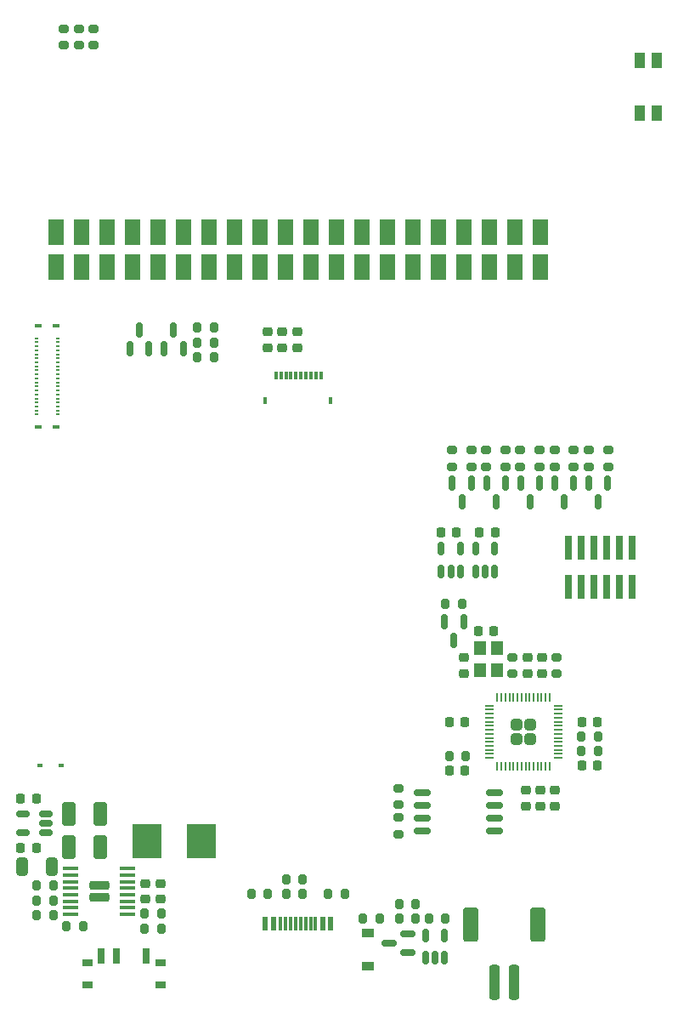
<source format=gbr>
%TF.GenerationSoftware,KiCad,Pcbnew,8.0.4*%
%TF.CreationDate,2024-08-08T16:45:06-04:00*%
%TF.ProjectId,beepy,62656570-792e-46b6-9963-61645f706362,rev?*%
%TF.SameCoordinates,Original*%
%TF.FileFunction,Paste,Bot*%
%TF.FilePolarity,Positive*%
%FSLAX46Y46*%
G04 Gerber Fmt 4.6, Leading zero omitted, Abs format (unit mm)*
G04 Created by KiCad (PCBNEW 8.0.4) date 2024-08-08 16:45:06*
%MOMM*%
%LPD*%
G01*
G04 APERTURE LIST*
G04 Aperture macros list*
%AMRoundRect*
0 Rectangle with rounded corners*
0 $1 Rounding radius*
0 $2 $3 $4 $5 $6 $7 $8 $9 X,Y pos of 4 corners*
0 Add a 4 corners polygon primitive as box body*
4,1,4,$2,$3,$4,$5,$6,$7,$8,$9,$2,$3,0*
0 Add four circle primitives for the rounded corners*
1,1,$1+$1,$2,$3*
1,1,$1+$1,$4,$5*
1,1,$1+$1,$6,$7*
1,1,$1+$1,$8,$9*
0 Add four rect primitives between the rounded corners*
20,1,$1+$1,$2,$3,$4,$5,0*
20,1,$1+$1,$4,$5,$6,$7,0*
20,1,$1+$1,$6,$7,$8,$9,0*
20,1,$1+$1,$8,$9,$2,$3,0*%
G04 Aperture macros list end*
%ADD10C,0.010000*%
%ADD11RoundRect,0.200000X0.200000X0.275000X-0.200000X0.275000X-0.200000X-0.275000X0.200000X-0.275000X0*%
%ADD12R,1.500000X2.500000*%
%ADD13RoundRect,0.150000X-0.712500X-0.150000X0.712500X-0.150000X0.712500X0.150000X-0.712500X0.150000X0*%
%ADD14RoundRect,0.200000X0.275000X-0.200000X0.275000X0.200000X-0.275000X0.200000X-0.275000X-0.200000X0*%
%ADD15RoundRect,0.100000X0.687500X0.100000X-0.687500X0.100000X-0.687500X-0.100000X0.687500X-0.100000X0*%
%ADD16RoundRect,0.232500X0.757500X0.232500X-0.757500X0.232500X-0.757500X-0.232500X0.757500X-0.232500X0*%
%ADD17RoundRect,0.150000X-0.150000X0.587500X-0.150000X-0.587500X0.150000X-0.587500X0.150000X0.587500X0*%
%ADD18RoundRect,0.150000X0.150000X-0.512500X0.150000X0.512500X-0.150000X0.512500X-0.150000X-0.512500X0*%
%ADD19R,1.000000X1.550000*%
%ADD20RoundRect,0.225000X-0.250000X0.225000X-0.250000X-0.225000X0.250000X-0.225000X0.250000X0.225000X0*%
%ADD21RoundRect,0.250000X0.325000X0.650000X-0.325000X0.650000X-0.325000X-0.650000X0.325000X-0.650000X0*%
%ADD22RoundRect,0.225000X-0.225000X-0.250000X0.225000X-0.250000X0.225000X0.250000X-0.225000X0.250000X0*%
%ADD23RoundRect,0.225000X0.225000X0.250000X-0.225000X0.250000X-0.225000X-0.250000X0.225000X-0.250000X0*%
%ADD24R,2.950000X3.500000*%
%ADD25RoundRect,0.200000X-0.200000X-0.275000X0.200000X-0.275000X0.200000X0.275000X-0.200000X0.275000X0*%
%ADD26RoundRect,0.225000X0.250000X-0.225000X0.250000X0.225000X-0.250000X0.225000X-0.250000X-0.225000X0*%
%ADD27RoundRect,0.250000X-0.315000X-0.315000X0.315000X-0.315000X0.315000X0.315000X-0.315000X0.315000X0*%
%ADD28RoundRect,0.050000X-0.387500X-0.050000X0.387500X-0.050000X0.387500X0.050000X-0.387500X0.050000X0*%
%ADD29RoundRect,0.050000X-0.050000X-0.387500X0.050000X-0.387500X0.050000X0.387500X-0.050000X0.387500X0*%
%ADD30RoundRect,0.200000X-0.275000X0.200000X-0.275000X-0.200000X0.275000X-0.200000X0.275000X0.200000X0*%
%ADD31R,0.400000X0.800000*%
%ADD32R,0.600000X0.450000*%
%ADD33RoundRect,0.150000X0.512500X0.150000X-0.512500X0.150000X-0.512500X-0.150000X0.512500X-0.150000X0*%
%ADD34RoundRect,0.250000X-0.412500X-0.925000X0.412500X-0.925000X0.412500X0.925000X-0.412500X0.925000X0*%
%ADD35RoundRect,0.250001X-0.499999X-1.449999X0.499999X-1.449999X0.499999X1.449999X-0.499999X1.449999X0*%
%ADD36RoundRect,0.250000X-0.250000X-1.500000X0.250000X-1.500000X0.250000X1.500000X-0.250000X1.500000X0*%
%ADD37R,0.420000X0.230000*%
%ADD38R,0.750000X0.300000*%
%ADD39R,0.600000X1.450000*%
%ADD40R,0.300000X1.450000*%
%ADD41RoundRect,0.150000X0.150000X-0.587500X0.150000X0.587500X-0.150000X0.587500X-0.150000X-0.587500X0*%
%ADD42RoundRect,0.150000X0.587500X0.150000X-0.587500X0.150000X-0.587500X-0.150000X0.587500X-0.150000X0*%
%ADD43R,1.200000X0.900000*%
%ADD44R,0.700000X1.500000*%
%ADD45R,1.000000X0.800000*%
%ADD46R,0.740000X2.400000*%
%ADD47R,1.200000X1.400000*%
G04 APERTURE END LIST*
D10*
%TO.C,U3*%
X88965000Y-82012500D02*
X88715000Y-82012500D01*
X88715000Y-81362500D01*
X88965000Y-81362500D01*
X88965000Y-82012500D01*
G36*
X88965000Y-82012500D02*
G01*
X88715000Y-82012500D01*
X88715000Y-81362500D01*
X88965000Y-81362500D01*
X88965000Y-82012500D01*
G37*
X89465000Y-82012500D02*
X89215000Y-82012500D01*
X89215000Y-81362500D01*
X89465000Y-81362500D01*
X89465000Y-82012500D01*
G36*
X89465000Y-82012500D02*
G01*
X89215000Y-82012500D01*
X89215000Y-81362500D01*
X89465000Y-81362500D01*
X89465000Y-82012500D01*
G37*
X89965000Y-82012500D02*
X89715000Y-82012500D01*
X89715000Y-81362500D01*
X89965000Y-81362500D01*
X89965000Y-82012500D01*
G36*
X89965000Y-82012500D02*
G01*
X89715000Y-82012500D01*
X89715000Y-81362500D01*
X89965000Y-81362500D01*
X89965000Y-82012500D01*
G37*
X90465000Y-82012500D02*
X90215000Y-82012500D01*
X90215000Y-81362500D01*
X90465000Y-81362500D01*
X90465000Y-82012500D01*
G36*
X90465000Y-82012500D02*
G01*
X90215000Y-82012500D01*
X90215000Y-81362500D01*
X90465000Y-81362500D01*
X90465000Y-82012500D01*
G37*
X90965000Y-82012500D02*
X90715000Y-82012500D01*
X90715000Y-81362500D01*
X90965000Y-81362500D01*
X90965000Y-82012500D01*
G36*
X90965000Y-82012500D02*
G01*
X90715000Y-82012500D01*
X90715000Y-81362500D01*
X90965000Y-81362500D01*
X90965000Y-82012500D01*
G37*
X91465000Y-82012500D02*
X91215000Y-82012500D01*
X91215000Y-81362500D01*
X91465000Y-81362500D01*
X91465000Y-82012500D01*
G36*
X91465000Y-82012500D02*
G01*
X91215000Y-82012500D01*
X91215000Y-81362500D01*
X91465000Y-81362500D01*
X91465000Y-82012500D01*
G37*
X91965000Y-82012500D02*
X91715000Y-82012500D01*
X91715000Y-81362500D01*
X91965000Y-81362500D01*
X91965000Y-82012500D01*
G36*
X91965000Y-82012500D02*
G01*
X91715000Y-82012500D01*
X91715000Y-81362500D01*
X91965000Y-81362500D01*
X91965000Y-82012500D01*
G37*
X92465000Y-82012500D02*
X92215000Y-82012500D01*
X92215000Y-81362500D01*
X92465000Y-81362500D01*
X92465000Y-82012500D01*
G36*
X92465000Y-82012500D02*
G01*
X92215000Y-82012500D01*
X92215000Y-81362500D01*
X92465000Y-81362500D01*
X92465000Y-82012500D01*
G37*
X92965000Y-82012500D02*
X92715000Y-82012500D01*
X92715000Y-81362500D01*
X92965000Y-81362500D01*
X92965000Y-82012500D01*
G36*
X92965000Y-82012500D02*
G01*
X92715000Y-82012500D01*
X92715000Y-81362500D01*
X92965000Y-81362500D01*
X92965000Y-82012500D01*
G37*
X93465000Y-82012500D02*
X93215000Y-82012500D01*
X93215000Y-81362500D01*
X93465000Y-81362500D01*
X93465000Y-82012500D01*
G36*
X93465000Y-82012500D02*
G01*
X93215000Y-82012500D01*
X93215000Y-81362500D01*
X93465000Y-81362500D01*
X93465000Y-82012500D01*
G37*
%TD*%
D11*
%TO.C,R1*%
X81045000Y-76992500D03*
X82695000Y-76992500D03*
%TD*%
D12*
%TO.C,J27*%
X107598416Y-70920000D03*
%TD*%
%TO.C,J29*%
X99986838Y-67480000D03*
%TD*%
%TO.C,J25*%
X102517364Y-70920000D03*
%TD*%
D13*
%TO.C,U5*%
X110682500Y-127115000D03*
X110682500Y-125845000D03*
X110682500Y-124575000D03*
X110682500Y-123305000D03*
X103457500Y-123305000D03*
X103457500Y-124575000D03*
X103457500Y-125845000D03*
X103457500Y-127115000D03*
%TD*%
D12*
%TO.C,J1*%
X74571578Y-70920000D03*
%TD*%
D14*
%TO.C,R22*%
X112470000Y-111440000D03*
X112470000Y-109790000D03*
%TD*%
D15*
%TO.C,U2*%
X68395000Y-130850000D03*
X68395000Y-131500000D03*
X68395000Y-132150000D03*
X68395000Y-132800000D03*
X68395000Y-133450000D03*
X68395000Y-134100000D03*
X68395000Y-134750000D03*
X68395000Y-135400000D03*
X74120000Y-135400000D03*
X74120000Y-134750000D03*
X74120000Y-134100000D03*
X74120000Y-133450000D03*
X74120000Y-132800000D03*
X74120000Y-132150000D03*
X74120000Y-131500000D03*
X74120000Y-130850000D03*
D16*
X71257500Y-132545000D03*
X71257500Y-133705000D03*
%TD*%
D17*
%TO.C,Q8*%
X105690000Y-106272500D03*
X107590000Y-106272500D03*
X106640000Y-108147500D03*
%TD*%
D18*
%TO.C,U7*%
X110670000Y-101277500D03*
X109720000Y-101277500D03*
X108770000Y-101277500D03*
X108770000Y-99002500D03*
X110670000Y-99002500D03*
%TD*%
D19*
%TO.C,SW2*%
X125160000Y-50405000D03*
X125160000Y-55655000D03*
X126860000Y-50405000D03*
X126860000Y-55655000D03*
%TD*%
D14*
%TO.C,R31*%
X109840000Y-90830000D03*
X109840000Y-89180000D03*
%TD*%
D17*
%TO.C,Q4*%
X116660000Y-92462500D03*
X118560000Y-92462500D03*
X117610000Y-94337500D03*
%TD*%
D12*
%TO.C,J39*%
X89824734Y-67480000D03*
%TD*%
D18*
%TO.C,U8*%
X107270000Y-101277500D03*
X106320000Y-101277500D03*
X105370000Y-101277500D03*
X105370000Y-99002500D03*
X107270000Y-99002500D03*
%TD*%
D12*
%TO.C,J7*%
X112679468Y-70920000D03*
%TD*%
%TO.C,J6*%
X110148942Y-67480000D03*
%TD*%
D20*
%TO.C,C21*%
X113790000Y-124595000D03*
X113790000Y-123045000D03*
%TD*%
D21*
%TO.C,C3*%
X63575000Y-130650000D03*
X66525000Y-130650000D03*
%TD*%
D22*
%TO.C,C17*%
X120935000Y-120610000D03*
X119385000Y-120610000D03*
%TD*%
D17*
%TO.C,Q6*%
X109860000Y-92467500D03*
X111760000Y-92467500D03*
X110810000Y-94342500D03*
%TD*%
D12*
%TO.C,J31*%
X69500526Y-67480000D03*
%TD*%
D23*
%TO.C,C22*%
X110715000Y-97360000D03*
X109165000Y-97360000D03*
%TD*%
D11*
%TO.C,R6*%
X75815000Y-135340000D03*
X77465000Y-135340000D03*
%TD*%
D24*
%TO.C,L1*%
X76032500Y-128095000D03*
X81482500Y-128095000D03*
%TD*%
D11*
%TO.C,R11*%
X65050000Y-133990000D03*
X66700000Y-133990000D03*
%TD*%
D25*
%TO.C,R20*%
X91535000Y-133360000D03*
X89885000Y-133360000D03*
%TD*%
D26*
%TO.C,C2*%
X75887500Y-132350000D03*
X75887500Y-133900000D03*
%TD*%
D14*
%TO.C,R36*%
X111780000Y-90830000D03*
X111780000Y-89180000D03*
%TD*%
D12*
%TO.C,J21*%
X89814734Y-70920000D03*
%TD*%
D23*
%TO.C,C14*%
X106185000Y-116220000D03*
X107735000Y-116220000D03*
%TD*%
D12*
%TO.C,J38*%
X92365260Y-67480000D03*
%TD*%
%TO.C,J30*%
X99976838Y-70920000D03*
%TD*%
D14*
%TO.C,R28*%
X120040000Y-90825000D03*
X120040000Y-89175000D03*
%TD*%
D23*
%TO.C,C10*%
X63455000Y-123900000D03*
X65005000Y-123900000D03*
%TD*%
D25*
%TO.C,R7*%
X77465000Y-136800000D03*
X75815000Y-136800000D03*
%TD*%
D14*
%TO.C,R30*%
X113240000Y-90825000D03*
X113240000Y-89175000D03*
%TD*%
D27*
%TO.C,U6*%
X112860000Y-116520000D03*
X112860000Y-117920000D03*
X114260000Y-116520000D03*
X114260000Y-117920000D03*
D28*
X110122500Y-119820000D03*
X110122500Y-119420000D03*
X110122500Y-119020000D03*
X110122500Y-118620000D03*
X110122500Y-118220000D03*
X110122500Y-117820000D03*
X110122500Y-117420000D03*
X110122500Y-117020000D03*
X110122500Y-116620000D03*
X110122500Y-116220000D03*
X110122500Y-115820000D03*
X110122500Y-115420000D03*
X110122500Y-115020000D03*
X110122500Y-114620000D03*
D29*
X110960000Y-113782500D03*
X111360000Y-113782500D03*
X111760000Y-113782500D03*
X112160000Y-113782500D03*
X112560000Y-113782500D03*
X112960000Y-113782500D03*
X113360000Y-113782500D03*
X113760000Y-113782500D03*
X114160000Y-113782500D03*
X114560000Y-113782500D03*
X114960000Y-113782500D03*
X115360000Y-113782500D03*
X115760000Y-113782500D03*
X116160000Y-113782500D03*
D28*
X116997500Y-114620000D03*
X116997500Y-115020000D03*
X116997500Y-115420000D03*
X116997500Y-115820000D03*
X116997500Y-116220000D03*
X116997500Y-116620000D03*
X116997500Y-117020000D03*
X116997500Y-117420000D03*
X116997500Y-117820000D03*
X116997500Y-118220000D03*
X116997500Y-118620000D03*
X116997500Y-119020000D03*
X116997500Y-119420000D03*
X116997500Y-119820000D03*
D29*
X116160000Y-120657500D03*
X115760000Y-120657500D03*
X115360000Y-120657500D03*
X114960000Y-120657500D03*
X114560000Y-120657500D03*
X114160000Y-120657500D03*
X113760000Y-120657500D03*
X113360000Y-120657500D03*
X112960000Y-120657500D03*
X112560000Y-120657500D03*
X112160000Y-120657500D03*
X111760000Y-120657500D03*
X111360000Y-120657500D03*
X110960000Y-120657500D03*
%TD*%
D30*
%TO.C,R27*%
X101120000Y-124465000D03*
X101120000Y-122815000D03*
%TD*%
D26*
%TO.C,C1*%
X77347500Y-132350000D03*
X77347500Y-133900000D03*
%TD*%
D14*
%TO.C,R32*%
X106440000Y-90830000D03*
X106440000Y-89180000D03*
%TD*%
D12*
%TO.C,J11*%
X87274208Y-70920000D03*
%TD*%
D26*
%TO.C,C7*%
X89530000Y-77405000D03*
X89530000Y-78955000D03*
%TD*%
D25*
%TO.C,R5*%
X99213911Y-135816000D03*
X97563911Y-135816000D03*
%TD*%
D26*
%TO.C,C15*%
X113930000Y-111390000D03*
X113930000Y-109840000D03*
%TD*%
D12*
%TO.C,J3*%
X110138942Y-70920000D03*
%TD*%
D11*
%TO.C,R25*%
X119335000Y-119150000D03*
X120985000Y-119150000D03*
%TD*%
D23*
%TO.C,C12*%
X110600000Y-107160000D03*
X109050000Y-107160000D03*
%TD*%
D31*
%TO.C,U3*%
X94340000Y-84262500D03*
X87840000Y-84262500D03*
%TD*%
D14*
%TO.C,R12*%
X70700000Y-47220000D03*
X70700000Y-48870000D03*
%TD*%
D25*
%TO.C,R4*%
X105793911Y-135826000D03*
X104143911Y-135826000D03*
%TD*%
D18*
%TO.C,U1*%
X105698911Y-137468500D03*
X103798911Y-137468500D03*
X103798911Y-139743500D03*
X104748911Y-139743500D03*
X105698911Y-139743500D03*
%TD*%
D12*
%TO.C,J17*%
X77122104Y-67480000D03*
%TD*%
%TO.C,J16*%
X72031052Y-70920000D03*
%TD*%
D25*
%TO.C,R18*%
X82695000Y-79912500D03*
X81045000Y-79912500D03*
%TD*%
D32*
%TO.C,D3*%
X65350000Y-120540000D03*
X67450000Y-120540000D03*
%TD*%
D26*
%TO.C,C19*%
X115390000Y-111395000D03*
X115390000Y-109845000D03*
%TD*%
D33*
%TO.C,U4*%
X63660000Y-125380000D03*
X63660000Y-127280000D03*
X65935000Y-127280000D03*
X65935000Y-126330000D03*
X65935000Y-125380000D03*
%TD*%
D12*
%TO.C,J9*%
X84743682Y-67480000D03*
%TD*%
D30*
%TO.C,R23*%
X116850000Y-109800000D03*
X116850000Y-111450000D03*
%TD*%
D26*
%TO.C,C6*%
X90990000Y-77405000D03*
X90990000Y-78955000D03*
%TD*%
D30*
%TO.C,R19*%
X101120000Y-127425000D03*
X101120000Y-125775000D03*
%TD*%
D25*
%TO.C,R21*%
X91535000Y-131900000D03*
X89885000Y-131900000D03*
%TD*%
D34*
%TO.C,C5*%
X71337500Y-125412500D03*
X68262500Y-125412500D03*
%TD*%
D23*
%TO.C,C9*%
X63455000Y-128770000D03*
X65005000Y-128770000D03*
%TD*%
D14*
%TO.C,R33*%
X121980000Y-90825000D03*
X121980000Y-89175000D03*
%TD*%
D12*
%TO.C,J19*%
X82193156Y-70920000D03*
%TD*%
%TO.C,J14*%
X82203156Y-67480000D03*
%TD*%
%TO.C,J18*%
X66950000Y-70920000D03*
%TD*%
D14*
%TO.C,R29*%
X116640000Y-90825000D03*
X116640000Y-89175000D03*
%TD*%
D17*
%TO.C,Q3*%
X120060000Y-92462500D03*
X121960000Y-92462500D03*
X121010000Y-94337500D03*
%TD*%
%TO.C,Q5*%
X113260000Y-92462500D03*
X115160000Y-92462500D03*
X114210000Y-94337500D03*
%TD*%
D12*
%TO.C,J28*%
X115230000Y-67480000D03*
%TD*%
D35*
%TO.C,J43*%
X115000000Y-136380000D03*
X108300000Y-136380000D03*
D36*
X112650000Y-142130000D03*
X110650000Y-142130000D03*
%TD*%
D11*
%TO.C,R2*%
X94105000Y-133360000D03*
X95755000Y-133360000D03*
%TD*%
D12*
%TO.C,J2*%
X77112104Y-70920000D03*
%TD*%
D37*
%TO.C,U9*%
X67173750Y-78040000D03*
X67173750Y-78440000D03*
X67173750Y-78840000D03*
X67173750Y-79240000D03*
X67173750Y-79640000D03*
X67173750Y-80040000D03*
X67173750Y-80440000D03*
X67173750Y-80840000D03*
X67173750Y-81240000D03*
X67173750Y-81640000D03*
X67173750Y-82040000D03*
X67173750Y-82440000D03*
X67173750Y-82840000D03*
X67173750Y-83240000D03*
X67173750Y-83640000D03*
X67173750Y-84040000D03*
X67173750Y-84440000D03*
X67173750Y-84840000D03*
X67173750Y-85240000D03*
X67173750Y-85640000D03*
X64988750Y-85640000D03*
X64988750Y-85240000D03*
X64988750Y-84840000D03*
X64988750Y-84440000D03*
X64988750Y-84040000D03*
X64988750Y-83640000D03*
X64988750Y-83240000D03*
X64988750Y-82840000D03*
X64988750Y-82440000D03*
X64988750Y-82040000D03*
X64988750Y-81640000D03*
X64988750Y-81240000D03*
X64988750Y-80840000D03*
X64988750Y-80440000D03*
X64988750Y-80040000D03*
X64988750Y-79640000D03*
X64988750Y-79240000D03*
X64988750Y-78840000D03*
X64988750Y-78440000D03*
X64988750Y-78040000D03*
D38*
X65163750Y-86850000D03*
X67013750Y-86850000D03*
X65163750Y-76830000D03*
X67013750Y-76830000D03*
%TD*%
D12*
%TO.C,J41*%
X105057890Y-70920000D03*
%TD*%
%TO.C,J23*%
X97446312Y-67480000D03*
%TD*%
%TO.C,J20*%
X69490526Y-70920000D03*
%TD*%
%TO.C,J12*%
X92355260Y-70920000D03*
%TD*%
D39*
%TO.C,J15*%
X94340000Y-136315000D03*
X93540000Y-136315000D03*
D40*
X92340000Y-136315000D03*
X91340000Y-136315000D03*
X90840000Y-136315000D03*
X89840000Y-136315000D03*
D39*
X88640000Y-136315000D03*
X87840000Y-136315000D03*
X87840000Y-136315000D03*
X88640000Y-136315000D03*
D40*
X89340000Y-136315000D03*
X90340000Y-136315000D03*
X91840000Y-136315000D03*
X92840000Y-136315000D03*
D39*
X93540000Y-136315000D03*
X94340000Y-136315000D03*
%TD*%
D12*
%TO.C,J37*%
X94895786Y-70920000D03*
%TD*%
D41*
%TO.C,Q9*%
X78690000Y-77240000D03*
X77740000Y-79115000D03*
X79640000Y-79115000D03*
%TD*%
D11*
%TO.C,R17*%
X81045000Y-78452500D03*
X82695000Y-78452500D03*
%TD*%
D20*
%TO.C,C18*%
X115250000Y-124595000D03*
X115250000Y-123045000D03*
%TD*%
D12*
%TO.C,J5*%
X79652630Y-70920000D03*
%TD*%
D41*
%TO.C,Q1*%
X75290000Y-77240000D03*
X74340000Y-79115000D03*
X76240000Y-79115000D03*
%TD*%
D12*
%TO.C,J4*%
X79662630Y-67480000D03*
%TD*%
D25*
%TO.C,R8*%
X69665000Y-136610000D03*
X68015000Y-136610000D03*
%TD*%
D12*
%TO.C,J34*%
X102527364Y-67480000D03*
%TD*%
D25*
%TO.C,R15*%
X102825000Y-135820000D03*
X101175000Y-135820000D03*
%TD*%
%TO.C,R24*%
X119335000Y-117690000D03*
X120985000Y-117690000D03*
%TD*%
D42*
%TO.C,Q2*%
X100191411Y-138256000D03*
X102066411Y-139206000D03*
X102066411Y-137306000D03*
%TD*%
D26*
%TO.C,C11*%
X107610000Y-111390000D03*
X107610000Y-109840000D03*
%TD*%
D43*
%TO.C,D1*%
X98058911Y-137246000D03*
X98058911Y-140546000D03*
%TD*%
D12*
%TO.C,J10*%
X84733682Y-70920000D03*
%TD*%
D34*
%TO.C,C4*%
X71340000Y-128722500D03*
X68265000Y-128722500D03*
%TD*%
D12*
%TO.C,J32*%
X72041052Y-67480000D03*
%TD*%
D26*
%TO.C,C8*%
X88070000Y-77405000D03*
X88070000Y-78955000D03*
%TD*%
D11*
%TO.C,R9*%
X65045000Y-135450000D03*
X66695000Y-135450000D03*
%TD*%
D12*
%TO.C,J40*%
X94905786Y-67480000D03*
%TD*%
D25*
%TO.C,R26*%
X107785000Y-119650000D03*
X106135000Y-119650000D03*
%TD*%
D12*
%TO.C,J35*%
X105067890Y-67480000D03*
%TD*%
D14*
%TO.C,R37*%
X108380000Y-90830000D03*
X108380000Y-89180000D03*
%TD*%
%TO.C,R13*%
X69240000Y-47220000D03*
X69240000Y-48870000D03*
%TD*%
D25*
%TO.C,R38*%
X105770000Y-104520000D03*
X107420000Y-104520000D03*
%TD*%
D12*
%TO.C,J26*%
X87284208Y-67480000D03*
%TD*%
D14*
%TO.C,R34*%
X118580000Y-90825000D03*
X118580000Y-89175000D03*
%TD*%
D12*
%TO.C,J42*%
X107608416Y-67480000D03*
%TD*%
D22*
%TO.C,C16*%
X119385000Y-116230000D03*
X120935000Y-116230000D03*
%TD*%
D14*
%TO.C,R14*%
X67780000Y-47220000D03*
X67780000Y-48870000D03*
%TD*%
D12*
%TO.C,J8*%
X115220000Y-70920000D03*
%TD*%
D14*
%TO.C,R35*%
X115180000Y-90825000D03*
X115180000Y-89175000D03*
%TD*%
D23*
%TO.C,C13*%
X106185000Y-121110000D03*
X107735000Y-121110000D03*
%TD*%
D44*
%TO.C,SW1*%
X71470000Y-139550000D03*
X72970000Y-139550000D03*
X75970000Y-139550000D03*
D45*
X70070000Y-140200000D03*
X70070000Y-142410000D03*
X77370000Y-140200000D03*
X77370000Y-142410000D03*
%TD*%
D12*
%TO.C,J33*%
X74581578Y-67480000D03*
%TD*%
D11*
%TO.C,R16*%
X101175000Y-134360000D03*
X102825000Y-134360000D03*
%TD*%
D25*
%TO.C,R3*%
X88075000Y-133360000D03*
X86425000Y-133360000D03*
%TD*%
D11*
%TO.C,R10*%
X65050000Y-132530000D03*
X66700000Y-132530000D03*
%TD*%
D12*
%TO.C,J36*%
X97436312Y-70920000D03*
%TD*%
D46*
%TO.C,J45*%
X118035000Y-98870000D03*
X118035000Y-102770000D03*
X119305000Y-98870000D03*
X119305000Y-102770000D03*
X120575000Y-98870000D03*
X120575000Y-102770000D03*
X121845000Y-98870000D03*
X121845000Y-102770000D03*
X123115000Y-98870000D03*
X123115000Y-102770000D03*
X124385000Y-98870000D03*
X124385000Y-102770000D03*
%TD*%
D12*
%TO.C,J13*%
X112689468Y-67480000D03*
%TD*%
D20*
%TO.C,C20*%
X116710000Y-124595000D03*
X116710000Y-123045000D03*
%TD*%
D12*
%TO.C,J24*%
X66960000Y-67480000D03*
%TD*%
D17*
%TO.C,Q7*%
X106460000Y-92467500D03*
X108360000Y-92467500D03*
X107410000Y-94342500D03*
%TD*%
D22*
%TO.C,C23*%
X105325000Y-97360000D03*
X106875000Y-97360000D03*
%TD*%
D47*
%TO.C,Y1*%
X110890000Y-108895000D03*
X110890000Y-111095000D03*
X109190000Y-111095000D03*
X109190000Y-108895000D03*
%TD*%
M02*

</source>
